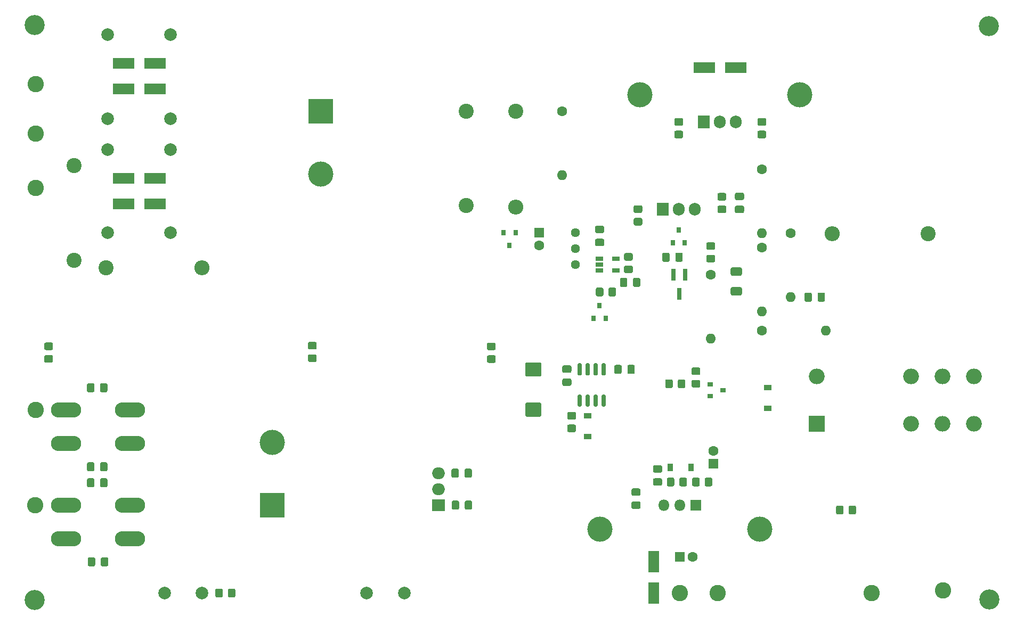
<source format=gbr>
G04 #@! TF.GenerationSoftware,KiCad,Pcbnew,(5.1.10-1-10_14)*
G04 #@! TF.CreationDate,2021-07-07T13:24:20+02:00*
G04 #@! TF.ProjectId,hv-power-supply-v1,68762d70-6f77-4657-922d-737570706c79,rev?*
G04 #@! TF.SameCoordinates,Original*
G04 #@! TF.FileFunction,Soldermask,Top*
G04 #@! TF.FilePolarity,Negative*
%FSLAX46Y46*%
G04 Gerber Fmt 4.6, Leading zero omitted, Abs format (unit mm)*
G04 Created by KiCad (PCBNEW (5.1.10-1-10_14)) date 2021-07-07 13:24:20*
%MOMM*%
%LPD*%
G01*
G04 APERTURE LIST*
%ADD10R,1.220000X0.650000*%
%ADD11C,4.000000*%
%ADD12R,4.000000X4.000000*%
%ADD13R,2.000000X1.905000*%
%ADD14O,2.000000X1.905000*%
%ADD15R,3.500000X1.800000*%
%ADD16R,1.800000X3.500000*%
%ADD17O,2.400000X2.400000*%
%ADD18C,2.400000*%
%ADD19O,4.800600X2.400300*%
%ADD20R,0.900000X1.200000*%
%ADD21C,1.600000*%
%ADD22R,1.600000X1.600000*%
%ADD23C,2.000000*%
%ADD24O,1.600000X1.600000*%
%ADD25O,1.905000X2.000000*%
%ADD26R,1.905000X2.000000*%
%ADD27R,0.800000X1.900000*%
%ADD28C,2.600000*%
%ADD29R,0.800000X0.900000*%
%ADD30C,1.440000*%
%ADD31O,2.500000X2.500000*%
%ADD32R,2.500000X2.500000*%
%ADD33R,1.200000X0.900000*%
%ADD34R,1.800000X1.800000*%
%ADD35O,1.800000X1.800000*%
%ADD36R,0.900000X0.800000*%
%ADD37C,3.200000*%
G04 APERTURE END LIST*
D10*
X151616400Y-86550500D03*
X151616400Y-88450500D03*
X148996400Y-88450500D03*
X148996400Y-87500500D03*
X148996400Y-86550500D03*
D11*
X96990000Y-115753000D03*
D12*
X96990000Y-125753000D03*
D13*
X123406000Y-125753000D03*
D14*
X123406000Y-123213000D03*
X123406000Y-120673000D03*
D11*
X155410000Y-60475000D03*
X180810000Y-60475000D03*
X149060000Y-129563000D03*
X174460000Y-129563000D03*
D15*
X170650000Y-56157000D03*
X165650000Y-56157000D03*
D16*
X157569000Y-139723000D03*
X157569000Y-134723000D03*
D17*
X185991500Y-82550000D03*
D18*
X201231500Y-82550000D03*
D19*
X64224000Y-110640000D03*
X74384000Y-110640000D03*
X74384000Y-131087000D03*
X64224000Y-131087000D03*
X74384000Y-125753000D03*
X64224000Y-125753000D03*
X64224000Y-115974000D03*
X74384000Y-115974000D03*
D20*
X163536000Y-119784000D03*
X160236000Y-119784000D03*
D21*
X167094000Y-117149000D03*
D22*
X167094000Y-119149000D03*
G36*
G01*
X61880001Y-101080000D02*
X60979999Y-101080000D01*
G75*
G02*
X60730000Y-100830001I0J249999D01*
G01*
X60730000Y-100129999D01*
G75*
G02*
X60979999Y-99880000I249999J0D01*
G01*
X61880001Y-99880000D01*
G75*
G02*
X62130000Y-100129999I0J-249999D01*
G01*
X62130000Y-100830001D01*
G75*
G02*
X61880001Y-101080000I-249999J0D01*
G01*
G37*
G36*
G01*
X61880001Y-103080000D02*
X60979999Y-103080000D01*
G75*
G02*
X60730000Y-102830001I0J249999D01*
G01*
X60730000Y-102129999D01*
G75*
G02*
X60979999Y-101880000I249999J0D01*
G01*
X61880001Y-101880000D01*
G75*
G02*
X62130000Y-102129999I0J-249999D01*
G01*
X62130000Y-102830001D01*
G75*
G02*
X61880001Y-103080000I-249999J0D01*
G01*
G37*
D17*
X85814000Y-88034000D03*
D18*
X70574000Y-88034000D03*
D15*
X73368000Y-59586000D03*
X78368000Y-59586000D03*
X78368000Y-73810000D03*
X73368000Y-73810000D03*
X78368000Y-77874000D03*
X73368000Y-77874000D03*
X73368000Y-55522000D03*
X78368000Y-55522000D03*
D23*
X70828000Y-69238000D03*
X80828000Y-69238000D03*
X70828000Y-82446000D03*
X80828000Y-82446000D03*
X70828000Y-64285000D03*
X80828000Y-64285000D03*
X70828000Y-50950000D03*
X80828000Y-50950000D03*
G36*
G01*
X145971500Y-105138000D02*
X145671500Y-105138000D01*
G75*
G02*
X145521500Y-104988000I0J150000D01*
G01*
X145521500Y-103338000D01*
G75*
G02*
X145671500Y-103188000I150000J0D01*
G01*
X145971500Y-103188000D01*
G75*
G02*
X146121500Y-103338000I0J-150000D01*
G01*
X146121500Y-104988000D01*
G75*
G02*
X145971500Y-105138000I-150000J0D01*
G01*
G37*
G36*
G01*
X147241500Y-105138000D02*
X146941500Y-105138000D01*
G75*
G02*
X146791500Y-104988000I0J150000D01*
G01*
X146791500Y-103338000D01*
G75*
G02*
X146941500Y-103188000I150000J0D01*
G01*
X147241500Y-103188000D01*
G75*
G02*
X147391500Y-103338000I0J-150000D01*
G01*
X147391500Y-104988000D01*
G75*
G02*
X147241500Y-105138000I-150000J0D01*
G01*
G37*
G36*
G01*
X148511500Y-105138000D02*
X148211500Y-105138000D01*
G75*
G02*
X148061500Y-104988000I0J150000D01*
G01*
X148061500Y-103338000D01*
G75*
G02*
X148211500Y-103188000I150000J0D01*
G01*
X148511500Y-103188000D01*
G75*
G02*
X148661500Y-103338000I0J-150000D01*
G01*
X148661500Y-104988000D01*
G75*
G02*
X148511500Y-105138000I-150000J0D01*
G01*
G37*
G36*
G01*
X149781500Y-105138000D02*
X149481500Y-105138000D01*
G75*
G02*
X149331500Y-104988000I0J150000D01*
G01*
X149331500Y-103338000D01*
G75*
G02*
X149481500Y-103188000I150000J0D01*
G01*
X149781500Y-103188000D01*
G75*
G02*
X149931500Y-103338000I0J-150000D01*
G01*
X149931500Y-104988000D01*
G75*
G02*
X149781500Y-105138000I-150000J0D01*
G01*
G37*
G36*
G01*
X149781500Y-110088000D02*
X149481500Y-110088000D01*
G75*
G02*
X149331500Y-109938000I0J150000D01*
G01*
X149331500Y-108288000D01*
G75*
G02*
X149481500Y-108138000I150000J0D01*
G01*
X149781500Y-108138000D01*
G75*
G02*
X149931500Y-108288000I0J-150000D01*
G01*
X149931500Y-109938000D01*
G75*
G02*
X149781500Y-110088000I-150000J0D01*
G01*
G37*
G36*
G01*
X148511500Y-110088000D02*
X148211500Y-110088000D01*
G75*
G02*
X148061500Y-109938000I0J150000D01*
G01*
X148061500Y-108288000D01*
G75*
G02*
X148211500Y-108138000I150000J0D01*
G01*
X148511500Y-108138000D01*
G75*
G02*
X148661500Y-108288000I0J-150000D01*
G01*
X148661500Y-109938000D01*
G75*
G02*
X148511500Y-110088000I-150000J0D01*
G01*
G37*
G36*
G01*
X147241500Y-110088000D02*
X146941500Y-110088000D01*
G75*
G02*
X146791500Y-109938000I0J150000D01*
G01*
X146791500Y-108288000D01*
G75*
G02*
X146941500Y-108138000I150000J0D01*
G01*
X147241500Y-108138000D01*
G75*
G02*
X147391500Y-108288000I0J-150000D01*
G01*
X147391500Y-109938000D01*
G75*
G02*
X147241500Y-110088000I-150000J0D01*
G01*
G37*
G36*
G01*
X145971500Y-110088000D02*
X145671500Y-110088000D01*
G75*
G02*
X145521500Y-109938000I0J150000D01*
G01*
X145521500Y-108288000D01*
G75*
G02*
X145671500Y-108138000I150000J0D01*
G01*
X145971500Y-108138000D01*
G75*
G02*
X146121500Y-108288000I0J-150000D01*
G01*
X146121500Y-109938000D01*
G75*
G02*
X145971500Y-110088000I-150000J0D01*
G01*
G37*
G36*
G01*
X162019501Y-65393000D02*
X161119499Y-65393000D01*
G75*
G02*
X160869500Y-65143001I0J249999D01*
G01*
X160869500Y-64442999D01*
G75*
G02*
X161119499Y-64193000I249999J0D01*
G01*
X162019501Y-64193000D01*
G75*
G02*
X162269500Y-64442999I0J-249999D01*
G01*
X162269500Y-65143001D01*
G75*
G02*
X162019501Y-65393000I-249999J0D01*
G01*
G37*
G36*
G01*
X162019501Y-67393000D02*
X161119499Y-67393000D01*
G75*
G02*
X160869500Y-67143001I0J249999D01*
G01*
X160869500Y-66442999D01*
G75*
G02*
X161119499Y-66193000I249999J0D01*
G01*
X162019501Y-66193000D01*
G75*
G02*
X162269500Y-66442999I0J-249999D01*
G01*
X162269500Y-67143001D01*
G75*
G02*
X162019501Y-67393000I-249999J0D01*
G01*
G37*
D24*
X166649500Y-99273500D03*
D21*
X166649500Y-89113500D03*
D24*
X143002000Y-73279000D03*
D21*
X143002000Y-63119000D03*
D24*
X174777500Y-82509500D03*
D21*
X174777500Y-72349500D03*
G36*
G01*
X174327499Y-66193000D02*
X175227501Y-66193000D01*
G75*
G02*
X175477500Y-66442999I0J-249999D01*
G01*
X175477500Y-67143001D01*
G75*
G02*
X175227501Y-67393000I-249999J0D01*
G01*
X174327499Y-67393000D01*
G75*
G02*
X174077500Y-67143001I0J249999D01*
G01*
X174077500Y-66442999D01*
G75*
G02*
X174327499Y-66193000I249999J0D01*
G01*
G37*
G36*
G01*
X174327499Y-64193000D02*
X175227501Y-64193000D01*
G75*
G02*
X175477500Y-64442999I0J-249999D01*
G01*
X175477500Y-65143001D01*
G75*
G02*
X175227501Y-65393000I-249999J0D01*
G01*
X174327499Y-65393000D01*
G75*
G02*
X174077500Y-65143001I0J249999D01*
G01*
X174077500Y-64442999D01*
G75*
G02*
X174327499Y-64193000I249999J0D01*
G01*
G37*
G36*
G01*
X170063497Y-91068000D02*
X171363503Y-91068000D01*
G75*
G02*
X171613500Y-91317997I0J-249997D01*
G01*
X171613500Y-92143003D01*
G75*
G02*
X171363503Y-92393000I-249997J0D01*
G01*
X170063497Y-92393000D01*
G75*
G02*
X169813500Y-92143003I0J249997D01*
G01*
X169813500Y-91317997D01*
G75*
G02*
X170063497Y-91068000I249997J0D01*
G01*
G37*
G36*
G01*
X170063497Y-87943000D02*
X171363503Y-87943000D01*
G75*
G02*
X171613500Y-88192997I0J-249997D01*
G01*
X171613500Y-89018003D01*
G75*
G02*
X171363503Y-89268000I-249997J0D01*
G01*
X170063497Y-89268000D01*
G75*
G02*
X169813500Y-89018003I0J249997D01*
G01*
X169813500Y-88192997D01*
G75*
G02*
X170063497Y-87943000I249997J0D01*
G01*
G37*
G36*
G01*
X183631000Y-93144500D02*
X183631000Y-92194500D01*
G75*
G02*
X183881000Y-91944500I250000J0D01*
G01*
X184556000Y-91944500D01*
G75*
G02*
X184806000Y-92194500I0J-250000D01*
G01*
X184806000Y-93144500D01*
G75*
G02*
X184556000Y-93394500I-250000J0D01*
G01*
X183881000Y-93394500D01*
G75*
G02*
X183631000Y-93144500I0J250000D01*
G01*
G37*
G36*
G01*
X181556000Y-93144500D02*
X181556000Y-92194500D01*
G75*
G02*
X181806000Y-91944500I250000J0D01*
G01*
X182481000Y-91944500D01*
G75*
G02*
X182731000Y-92194500I0J-250000D01*
G01*
X182731000Y-93144500D01*
G75*
G02*
X182481000Y-93394500I-250000J0D01*
G01*
X181806000Y-93394500D01*
G75*
G02*
X181556000Y-93144500I0J250000D01*
G01*
G37*
D25*
X170650000Y-64793000D03*
X168110000Y-64793000D03*
D26*
X165570000Y-64793000D03*
D27*
X161635500Y-92113500D03*
X160685500Y-89113500D03*
X162585500Y-89113500D03*
D25*
X164109500Y-78699500D03*
X161569500Y-78699500D03*
D26*
X159029500Y-78699500D03*
G36*
G01*
X188560000Y-126965001D02*
X188560000Y-126064999D01*
G75*
G02*
X188809999Y-125815000I249999J0D01*
G01*
X189510001Y-125815000D01*
G75*
G02*
X189760000Y-126064999I0J-249999D01*
G01*
X189760000Y-126965001D01*
G75*
G02*
X189510001Y-127215000I-249999J0D01*
G01*
X188809999Y-127215000D01*
G75*
G02*
X188560000Y-126965001I0J249999D01*
G01*
G37*
G36*
G01*
X186560000Y-126965001D02*
X186560000Y-126064999D01*
G75*
G02*
X186809999Y-125815000I249999J0D01*
G01*
X187510001Y-125815000D01*
G75*
G02*
X187760000Y-126064999I0J-249999D01*
G01*
X187760000Y-126965001D01*
G75*
G02*
X187510001Y-127215000I-249999J0D01*
G01*
X186809999Y-127215000D01*
G75*
G02*
X186560000Y-126965001I0J249999D01*
G01*
G37*
G36*
G01*
X132238001Y-101112000D02*
X131337999Y-101112000D01*
G75*
G02*
X131088000Y-100862001I0J249999D01*
G01*
X131088000Y-100161999D01*
G75*
G02*
X131337999Y-99912000I249999J0D01*
G01*
X132238001Y-99912000D01*
G75*
G02*
X132488000Y-100161999I0J-249999D01*
G01*
X132488000Y-100862001D01*
G75*
G02*
X132238001Y-101112000I-249999J0D01*
G01*
G37*
G36*
G01*
X132238001Y-103112000D02*
X131337999Y-103112000D01*
G75*
G02*
X131088000Y-102862001I0J249999D01*
G01*
X131088000Y-102161999D01*
G75*
G02*
X131337999Y-101912000I249999J0D01*
G01*
X132238001Y-101912000D01*
G75*
G02*
X132488000Y-102161999I0J-249999D01*
G01*
X132488000Y-102862001D01*
G75*
G02*
X132238001Y-103112000I-249999J0D01*
G01*
G37*
G36*
G01*
X103790001Y-100985000D02*
X102889999Y-100985000D01*
G75*
G02*
X102640000Y-100735001I0J249999D01*
G01*
X102640000Y-100034999D01*
G75*
G02*
X102889999Y-99785000I249999J0D01*
G01*
X103790001Y-99785000D01*
G75*
G02*
X104040000Y-100034999I0J-249999D01*
G01*
X104040000Y-100735001D01*
G75*
G02*
X103790001Y-100985000I-249999J0D01*
G01*
G37*
G36*
G01*
X103790001Y-102985000D02*
X102889999Y-102985000D01*
G75*
G02*
X102640000Y-102735001I0J249999D01*
G01*
X102640000Y-102034999D01*
G75*
G02*
X102889999Y-101785000I249999J0D01*
G01*
X103790001Y-101785000D01*
G75*
G02*
X104040000Y-102034999I0J-249999D01*
G01*
X104040000Y-102735001D01*
G75*
G02*
X103790001Y-102985000I-249999J0D01*
G01*
G37*
G36*
G01*
X166199499Y-85941500D02*
X167099501Y-85941500D01*
G75*
G02*
X167349500Y-86191499I0J-249999D01*
G01*
X167349500Y-86891501D01*
G75*
G02*
X167099501Y-87141500I-249999J0D01*
G01*
X166199499Y-87141500D01*
G75*
G02*
X165949500Y-86891501I0J249999D01*
G01*
X165949500Y-86191499D01*
G75*
G02*
X166199499Y-85941500I249999J0D01*
G01*
G37*
G36*
G01*
X166199499Y-83941500D02*
X167099501Y-83941500D01*
G75*
G02*
X167349500Y-84191499I0J-249999D01*
G01*
X167349500Y-84891501D01*
G75*
G02*
X167099501Y-85141500I-249999J0D01*
G01*
X166199499Y-85141500D01*
G75*
G02*
X165949500Y-84891501I0J249999D01*
G01*
X165949500Y-84191499D01*
G75*
G02*
X166199499Y-83941500I249999J0D01*
G01*
G37*
G36*
G01*
X161668000Y-122520001D02*
X161668000Y-121619999D01*
G75*
G02*
X161917999Y-121370000I249999J0D01*
G01*
X162618001Y-121370000D01*
G75*
G02*
X162868000Y-121619999I0J-249999D01*
G01*
X162868000Y-122520001D01*
G75*
G02*
X162618001Y-122770000I-249999J0D01*
G01*
X161917999Y-122770000D01*
G75*
G02*
X161668000Y-122520001I0J249999D01*
G01*
G37*
G36*
G01*
X159668000Y-122520001D02*
X159668000Y-121619999D01*
G75*
G02*
X159917999Y-121370000I249999J0D01*
G01*
X160618001Y-121370000D01*
G75*
G02*
X160868000Y-121619999I0J-249999D01*
G01*
X160868000Y-122520001D01*
G75*
G02*
X160618001Y-122770000I-249999J0D01*
G01*
X159917999Y-122770000D01*
G75*
G02*
X159668000Y-122520001I0J249999D01*
G01*
G37*
G36*
G01*
X165700000Y-122520001D02*
X165700000Y-121619999D01*
G75*
G02*
X165949999Y-121370000I249999J0D01*
G01*
X166650001Y-121370000D01*
G75*
G02*
X166900000Y-121619999I0J-249999D01*
G01*
X166900000Y-122520001D01*
G75*
G02*
X166650001Y-122770000I-249999J0D01*
G01*
X165949999Y-122770000D01*
G75*
G02*
X165700000Y-122520001I0J249999D01*
G01*
G37*
G36*
G01*
X163700000Y-122520001D02*
X163700000Y-121619999D01*
G75*
G02*
X163949999Y-121370000I249999J0D01*
G01*
X164650001Y-121370000D01*
G75*
G02*
X164900000Y-121619999I0J-249999D01*
G01*
X164900000Y-122520001D01*
G75*
G02*
X164650001Y-122770000I-249999J0D01*
G01*
X163949999Y-122770000D01*
G75*
G02*
X163700000Y-122520001I0J249999D01*
G01*
G37*
G36*
G01*
X89113000Y-139272999D02*
X89113000Y-140173001D01*
G75*
G02*
X88863001Y-140423000I-249999J0D01*
G01*
X88162999Y-140423000D01*
G75*
G02*
X87913000Y-140173001I0J249999D01*
G01*
X87913000Y-139272999D01*
G75*
G02*
X88162999Y-139023000I249999J0D01*
G01*
X88863001Y-139023000D01*
G75*
G02*
X89113000Y-139272999I0J-249999D01*
G01*
G37*
G36*
G01*
X91113000Y-139272999D02*
X91113000Y-140173001D01*
G75*
G02*
X90863001Y-140423000I-249999J0D01*
G01*
X90162999Y-140423000D01*
G75*
G02*
X89913000Y-140173001I0J249999D01*
G01*
X89913000Y-139272999D01*
G75*
G02*
X90162999Y-139023000I249999J0D01*
G01*
X90863001Y-139023000D01*
G75*
G02*
X91113000Y-139272999I0J-249999D01*
G01*
G37*
G36*
G01*
X163849999Y-105849000D02*
X164750001Y-105849000D01*
G75*
G02*
X165000000Y-106098999I0J-249999D01*
G01*
X165000000Y-106799001D01*
G75*
G02*
X164750001Y-107049000I-249999J0D01*
G01*
X163849999Y-107049000D01*
G75*
G02*
X163600000Y-106799001I0J249999D01*
G01*
X163600000Y-106098999D01*
G75*
G02*
X163849999Y-105849000I249999J0D01*
G01*
G37*
G36*
G01*
X163849999Y-103849000D02*
X164750001Y-103849000D01*
G75*
G02*
X165000000Y-104098999I0J-249999D01*
G01*
X165000000Y-104799001D01*
G75*
G02*
X164750001Y-105049000I-249999J0D01*
G01*
X163849999Y-105049000D01*
G75*
G02*
X163600000Y-104799001I0J249999D01*
G01*
X163600000Y-104098999D01*
G75*
G02*
X163849999Y-103849000I249999J0D01*
G01*
G37*
G36*
G01*
X161414000Y-106899001D02*
X161414000Y-105998999D01*
G75*
G02*
X161663999Y-105749000I249999J0D01*
G01*
X162364001Y-105749000D01*
G75*
G02*
X162614000Y-105998999I0J-249999D01*
G01*
X162614000Y-106899001D01*
G75*
G02*
X162364001Y-107149000I-249999J0D01*
G01*
X161663999Y-107149000D01*
G75*
G02*
X161414000Y-106899001I0J249999D01*
G01*
G37*
G36*
G01*
X159414000Y-106899001D02*
X159414000Y-105998999D01*
G75*
G02*
X159663999Y-105749000I249999J0D01*
G01*
X160364001Y-105749000D01*
G75*
G02*
X160614000Y-105998999I0J-249999D01*
G01*
X160614000Y-106899001D01*
G75*
G02*
X160364001Y-107149000I-249999J0D01*
G01*
X159663999Y-107149000D01*
G75*
G02*
X159414000Y-106899001I0J249999D01*
G01*
G37*
G36*
G01*
X144101499Y-112929000D02*
X145001501Y-112929000D01*
G75*
G02*
X145251500Y-113178999I0J-249999D01*
G01*
X145251500Y-113879001D01*
G75*
G02*
X145001501Y-114129000I-249999J0D01*
G01*
X144101499Y-114129000D01*
G75*
G02*
X143851500Y-113879001I0J249999D01*
G01*
X143851500Y-113178999D01*
G75*
G02*
X144101499Y-112929000I249999J0D01*
G01*
G37*
G36*
G01*
X144101499Y-110929000D02*
X145001501Y-110929000D01*
G75*
G02*
X145251500Y-111178999I0J-249999D01*
G01*
X145251500Y-111879001D01*
G75*
G02*
X145001501Y-112129000I-249999J0D01*
G01*
X144101499Y-112129000D01*
G75*
G02*
X143851500Y-111879001I0J249999D01*
G01*
X143851500Y-111178999D01*
G75*
G02*
X144101499Y-110929000I249999J0D01*
G01*
G37*
G36*
G01*
X158679000Y-120582500D02*
X157729000Y-120582500D01*
G75*
G02*
X157479000Y-120332500I0J250000D01*
G01*
X157479000Y-119657500D01*
G75*
G02*
X157729000Y-119407500I250000J0D01*
G01*
X158679000Y-119407500D01*
G75*
G02*
X158929000Y-119657500I0J-250000D01*
G01*
X158929000Y-120332500D01*
G75*
G02*
X158679000Y-120582500I-250000J0D01*
G01*
G37*
G36*
G01*
X158679000Y-122657500D02*
X157729000Y-122657500D01*
G75*
G02*
X157479000Y-122407500I0J250000D01*
G01*
X157479000Y-121732500D01*
G75*
G02*
X157729000Y-121482500I250000J0D01*
G01*
X158679000Y-121482500D01*
G75*
G02*
X158929000Y-121732500I0J-250000D01*
G01*
X158929000Y-122407500D01*
G75*
G02*
X158679000Y-122657500I-250000J0D01*
G01*
G37*
G36*
G01*
X155250000Y-124265500D02*
X154300000Y-124265500D01*
G75*
G02*
X154050000Y-124015500I0J250000D01*
G01*
X154050000Y-123340500D01*
G75*
G02*
X154300000Y-123090500I250000J0D01*
G01*
X155250000Y-123090500D01*
G75*
G02*
X155500000Y-123340500I0J-250000D01*
G01*
X155500000Y-124015500D01*
G75*
G02*
X155250000Y-124265500I-250000J0D01*
G01*
G37*
G36*
G01*
X155250000Y-126340500D02*
X154300000Y-126340500D01*
G75*
G02*
X154050000Y-126090500I0J250000D01*
G01*
X154050000Y-125415500D01*
G75*
G02*
X154300000Y-125165500I250000J0D01*
G01*
X155250000Y-125165500D01*
G75*
G02*
X155500000Y-125415500I0J-250000D01*
G01*
X155500000Y-126090500D01*
G75*
G02*
X155250000Y-126340500I-250000J0D01*
G01*
G37*
G36*
G01*
X143314500Y-105607500D02*
X144264500Y-105607500D01*
G75*
G02*
X144514500Y-105857500I0J-250000D01*
G01*
X144514500Y-106532500D01*
G75*
G02*
X144264500Y-106782500I-250000J0D01*
G01*
X143314500Y-106782500D01*
G75*
G02*
X143064500Y-106532500I0J250000D01*
G01*
X143064500Y-105857500D01*
G75*
G02*
X143314500Y-105607500I250000J0D01*
G01*
G37*
G36*
G01*
X143314500Y-103532500D02*
X144264500Y-103532500D01*
G75*
G02*
X144514500Y-103782500I0J-250000D01*
G01*
X144514500Y-104457500D01*
G75*
G02*
X144264500Y-104707500I-250000J0D01*
G01*
X143314500Y-104707500D01*
G75*
G02*
X143064500Y-104457500I0J250000D01*
G01*
X143064500Y-103782500D01*
G75*
G02*
X143314500Y-103532500I250000J0D01*
G01*
G37*
G36*
G01*
X153405000Y-104638000D02*
X153405000Y-103688000D01*
G75*
G02*
X153655000Y-103438000I250000J0D01*
G01*
X154330000Y-103438000D01*
G75*
G02*
X154580000Y-103688000I0J-250000D01*
G01*
X154580000Y-104638000D01*
G75*
G02*
X154330000Y-104888000I-250000J0D01*
G01*
X153655000Y-104888000D01*
G75*
G02*
X153405000Y-104638000I0J250000D01*
G01*
G37*
G36*
G01*
X151330000Y-104638000D02*
X151330000Y-103688000D01*
G75*
G02*
X151580000Y-103438000I250000J0D01*
G01*
X152255000Y-103438000D01*
G75*
G02*
X152505000Y-103688000I0J-250000D01*
G01*
X152505000Y-104638000D01*
G75*
G02*
X152255000Y-104888000I-250000J0D01*
G01*
X151580000Y-104888000D01*
G75*
G02*
X151330000Y-104638000I0J250000D01*
G01*
G37*
G36*
G01*
X125442500Y-121148000D02*
X125442500Y-120198000D01*
G75*
G02*
X125692500Y-119948000I250000J0D01*
G01*
X126367500Y-119948000D01*
G75*
G02*
X126617500Y-120198000I0J-250000D01*
G01*
X126617500Y-121148000D01*
G75*
G02*
X126367500Y-121398000I-250000J0D01*
G01*
X125692500Y-121398000D01*
G75*
G02*
X125442500Y-121148000I0J250000D01*
G01*
G37*
G36*
G01*
X127517500Y-121148000D02*
X127517500Y-120198000D01*
G75*
G02*
X127767500Y-119948000I250000J0D01*
G01*
X128442500Y-119948000D01*
G75*
G02*
X128692500Y-120198000I0J-250000D01*
G01*
X128692500Y-121148000D01*
G75*
G02*
X128442500Y-121398000I-250000J0D01*
G01*
X127767500Y-121398000D01*
G75*
G02*
X127517500Y-121148000I0J250000D01*
G01*
G37*
G36*
G01*
X125485500Y-126228000D02*
X125485500Y-125278000D01*
G75*
G02*
X125735500Y-125028000I250000J0D01*
G01*
X126410500Y-125028000D01*
G75*
G02*
X126660500Y-125278000I0J-250000D01*
G01*
X126660500Y-126228000D01*
G75*
G02*
X126410500Y-126478000I-250000J0D01*
G01*
X125735500Y-126478000D01*
G75*
G02*
X125485500Y-126228000I0J250000D01*
G01*
G37*
G36*
G01*
X127560500Y-126228000D02*
X127560500Y-125278000D01*
G75*
G02*
X127810500Y-125028000I250000J0D01*
G01*
X128485500Y-125028000D01*
G75*
G02*
X128735500Y-125278000I0J-250000D01*
G01*
X128735500Y-126228000D01*
G75*
G02*
X128485500Y-126478000I-250000J0D01*
G01*
X127810500Y-126478000D01*
G75*
G02*
X127560500Y-126228000I0J250000D01*
G01*
G37*
D28*
X167729000Y-139723000D03*
X161760000Y-139723000D03*
X59398000Y-110640000D03*
X59271000Y-125753000D03*
X59398000Y-75334000D03*
X59398000Y-66698000D03*
X59398000Y-58824000D03*
D21*
X163760000Y-134008000D03*
D22*
X161760000Y-134008000D03*
G36*
G01*
X137430499Y-109438000D02*
X139480501Y-109438000D01*
G75*
G02*
X139730500Y-109687999I0J-249999D01*
G01*
X139730500Y-111438001D01*
G75*
G02*
X139480501Y-111688000I-249999J0D01*
G01*
X137430499Y-111688000D01*
G75*
G02*
X137180500Y-111438001I0J249999D01*
G01*
X137180500Y-109687999D01*
G75*
G02*
X137430499Y-109438000I249999J0D01*
G01*
G37*
G36*
G01*
X137430499Y-103038000D02*
X139480501Y-103038000D01*
G75*
G02*
X139730500Y-103287999I0J-249999D01*
G01*
X139730500Y-105038001D01*
G75*
G02*
X139480501Y-105288000I-249999J0D01*
G01*
X137430499Y-105288000D01*
G75*
G02*
X137180500Y-105038001I0J249999D01*
G01*
X137180500Y-103287999D01*
G75*
G02*
X137430499Y-103038000I249999J0D01*
G01*
G37*
D29*
X134683500Y-84439000D03*
X133733500Y-82439000D03*
X135633500Y-82439000D03*
D30*
X145186500Y-87526000D03*
X145186500Y-84986000D03*
X145186500Y-82446000D03*
D31*
X183496000Y-105299000D03*
X198496000Y-105299000D03*
X203496000Y-105299000D03*
X208496000Y-105299000D03*
X208496000Y-112799000D03*
X203496000Y-112799000D03*
X198496000Y-112799000D03*
D32*
X183496000Y-112799000D03*
D24*
X179349500Y-92669500D03*
D21*
X179349500Y-82509500D03*
G36*
G01*
X167977499Y-78099500D02*
X168877501Y-78099500D01*
G75*
G02*
X169127500Y-78349499I0J-249999D01*
G01*
X169127500Y-79049501D01*
G75*
G02*
X168877501Y-79299500I-249999J0D01*
G01*
X167977499Y-79299500D01*
G75*
G02*
X167727500Y-79049501I0J249999D01*
G01*
X167727500Y-78349499D01*
G75*
G02*
X167977499Y-78099500I249999J0D01*
G01*
G37*
G36*
G01*
X167977499Y-76099500D02*
X168877501Y-76099500D01*
G75*
G02*
X169127500Y-76349499I0J-249999D01*
G01*
X169127500Y-77049501D01*
G75*
G02*
X168877501Y-77299500I-249999J0D01*
G01*
X167977499Y-77299500D01*
G75*
G02*
X167727500Y-77049501I0J249999D01*
G01*
X167727500Y-76349499D01*
G75*
G02*
X167977499Y-76099500I249999J0D01*
G01*
G37*
G36*
G01*
X149596500Y-91393999D02*
X149596500Y-92294001D01*
G75*
G02*
X149346501Y-92544000I-249999J0D01*
G01*
X148646499Y-92544000D01*
G75*
G02*
X148396500Y-92294001I0J249999D01*
G01*
X148396500Y-91393999D01*
G75*
G02*
X148646499Y-91144000I249999J0D01*
G01*
X149346501Y-91144000D01*
G75*
G02*
X149596500Y-91393999I0J-249999D01*
G01*
G37*
G36*
G01*
X151596500Y-91393999D02*
X151596500Y-92294001D01*
G75*
G02*
X151346501Y-92544000I-249999J0D01*
G01*
X150646499Y-92544000D01*
G75*
G02*
X150396500Y-92294001I0J249999D01*
G01*
X150396500Y-91393999D01*
G75*
G02*
X150646499Y-91144000I249999J0D01*
G01*
X151346501Y-91144000D01*
G75*
G02*
X151596500Y-91393999I0J-249999D01*
G01*
G37*
G36*
G01*
X154642499Y-80068000D02*
X155542501Y-80068000D01*
G75*
G02*
X155792500Y-80317999I0J-249999D01*
G01*
X155792500Y-81018001D01*
G75*
G02*
X155542501Y-81268000I-249999J0D01*
G01*
X154642499Y-81268000D01*
G75*
G02*
X154392500Y-81018001I0J249999D01*
G01*
X154392500Y-80317999D01*
G75*
G02*
X154642499Y-80068000I249999J0D01*
G01*
G37*
G36*
G01*
X154642499Y-78068000D02*
X155542501Y-78068000D01*
G75*
G02*
X155792500Y-78317999I0J-249999D01*
G01*
X155792500Y-79018001D01*
G75*
G02*
X155542501Y-79268000I-249999J0D01*
G01*
X154642499Y-79268000D01*
G75*
G02*
X154392500Y-79018001I0J249999D01*
G01*
X154392500Y-78317999D01*
G75*
G02*
X154642499Y-78068000I249999J0D01*
G01*
G37*
G36*
G01*
X154018501Y-86856000D02*
X153118499Y-86856000D01*
G75*
G02*
X152868500Y-86606001I0J249999D01*
G01*
X152868500Y-85905999D01*
G75*
G02*
X153118499Y-85656000I249999J0D01*
G01*
X154018501Y-85656000D01*
G75*
G02*
X154268500Y-85905999I0J-249999D01*
G01*
X154268500Y-86606001D01*
G75*
G02*
X154018501Y-86856000I-249999J0D01*
G01*
G37*
G36*
G01*
X154018501Y-88856000D02*
X153118499Y-88856000D01*
G75*
G02*
X152868500Y-88606001I0J249999D01*
G01*
X152868500Y-87905999D01*
G75*
G02*
X153118499Y-87656000I249999J0D01*
G01*
X154018501Y-87656000D01*
G75*
G02*
X154268500Y-87905999I0J-249999D01*
G01*
X154268500Y-88606001D01*
G75*
G02*
X154018501Y-88856000I-249999J0D01*
G01*
G37*
D17*
X135636000Y-78359000D03*
D18*
X135636000Y-63119000D03*
D24*
X184937500Y-98003500D03*
D21*
X174777500Y-98003500D03*
D24*
X174777500Y-94955500D03*
D21*
X174777500Y-84795500D03*
D23*
X111976000Y-139723000D03*
X117945000Y-139723000D03*
X79845000Y-139723000D03*
X85814000Y-139723000D03*
D28*
X192240000Y-139723000D03*
X203543000Y-139342000D03*
D33*
X175730000Y-107085000D03*
X175730000Y-110385000D03*
D29*
X161569500Y-82001500D03*
X162519500Y-84001500D03*
X160619500Y-84001500D03*
X148996500Y-94003000D03*
X149946500Y-96003000D03*
X148046500Y-96003000D03*
D33*
X147091500Y-114829000D03*
X147091500Y-111529000D03*
G36*
G01*
X68832500Y-134295000D02*
X68832500Y-135245000D01*
G75*
G02*
X68582500Y-135495000I-250000J0D01*
G01*
X67907500Y-135495000D01*
G75*
G02*
X67657500Y-135245000I0J250000D01*
G01*
X67657500Y-134295000D01*
G75*
G02*
X67907500Y-134045000I250000J0D01*
G01*
X68582500Y-134045000D01*
G75*
G02*
X68832500Y-134295000I0J-250000D01*
G01*
G37*
G36*
G01*
X70907500Y-134295000D02*
X70907500Y-135245000D01*
G75*
G02*
X70657500Y-135495000I-250000J0D01*
G01*
X69982500Y-135495000D01*
G75*
G02*
X69732500Y-135245000I0J250000D01*
G01*
X69732500Y-134295000D01*
G75*
G02*
X69982500Y-134045000I250000J0D01*
G01*
X70657500Y-134045000D01*
G75*
G02*
X70907500Y-134295000I0J-250000D01*
G01*
G37*
G36*
G01*
X69605500Y-122672000D02*
X69605500Y-121722000D01*
G75*
G02*
X69855500Y-121472000I250000J0D01*
G01*
X70530500Y-121472000D01*
G75*
G02*
X70780500Y-121722000I0J-250000D01*
G01*
X70780500Y-122672000D01*
G75*
G02*
X70530500Y-122922000I-250000J0D01*
G01*
X69855500Y-122922000D01*
G75*
G02*
X69605500Y-122672000I0J250000D01*
G01*
G37*
G36*
G01*
X67530500Y-122672000D02*
X67530500Y-121722000D01*
G75*
G02*
X67780500Y-121472000I250000J0D01*
G01*
X68455500Y-121472000D01*
G75*
G02*
X68705500Y-121722000I0J-250000D01*
G01*
X68705500Y-122672000D01*
G75*
G02*
X68455500Y-122922000I-250000J0D01*
G01*
X67780500Y-122922000D01*
G75*
G02*
X67530500Y-122672000I0J250000D01*
G01*
G37*
G36*
G01*
X68705500Y-106609000D02*
X68705500Y-107559000D01*
G75*
G02*
X68455500Y-107809000I-250000J0D01*
G01*
X67780500Y-107809000D01*
G75*
G02*
X67530500Y-107559000I0J250000D01*
G01*
X67530500Y-106609000D01*
G75*
G02*
X67780500Y-106359000I250000J0D01*
G01*
X68455500Y-106359000D01*
G75*
G02*
X68705500Y-106609000I0J-250000D01*
G01*
G37*
G36*
G01*
X70780500Y-106609000D02*
X70780500Y-107559000D01*
G75*
G02*
X70530500Y-107809000I-250000J0D01*
G01*
X69855500Y-107809000D01*
G75*
G02*
X69605500Y-107559000I0J250000D01*
G01*
X69605500Y-106609000D01*
G75*
G02*
X69855500Y-106359000I250000J0D01*
G01*
X70530500Y-106359000D01*
G75*
G02*
X70780500Y-106609000I0J-250000D01*
G01*
G37*
G36*
G01*
X160125000Y-85844500D02*
X160125000Y-86794500D01*
G75*
G02*
X159875000Y-87044500I-250000J0D01*
G01*
X159200000Y-87044500D01*
G75*
G02*
X158950000Y-86794500I0J250000D01*
G01*
X158950000Y-85844500D01*
G75*
G02*
X159200000Y-85594500I250000J0D01*
G01*
X159875000Y-85594500D01*
G75*
G02*
X160125000Y-85844500I0J-250000D01*
G01*
G37*
G36*
G01*
X162200000Y-85844500D02*
X162200000Y-86794500D01*
G75*
G02*
X161950000Y-87044500I-250000J0D01*
G01*
X161275000Y-87044500D01*
G75*
G02*
X161025000Y-86794500I0J250000D01*
G01*
X161025000Y-85844500D01*
G75*
G02*
X161275000Y-85594500I250000J0D01*
G01*
X161950000Y-85594500D01*
G75*
G02*
X162200000Y-85844500I0J-250000D01*
G01*
G37*
D21*
X139382500Y-84423000D03*
D22*
X139382500Y-82423000D03*
G36*
G01*
X171696500Y-77233500D02*
X170746500Y-77233500D01*
G75*
G02*
X170496500Y-76983500I0J250000D01*
G01*
X170496500Y-76308500D01*
G75*
G02*
X170746500Y-76058500I250000J0D01*
G01*
X171696500Y-76058500D01*
G75*
G02*
X171946500Y-76308500I0J-250000D01*
G01*
X171946500Y-76983500D01*
G75*
G02*
X171696500Y-77233500I-250000J0D01*
G01*
G37*
G36*
G01*
X171696500Y-79308500D02*
X170746500Y-79308500D01*
G75*
G02*
X170496500Y-79058500I0J250000D01*
G01*
X170496500Y-78383500D01*
G75*
G02*
X170746500Y-78133500I250000J0D01*
G01*
X171696500Y-78133500D01*
G75*
G02*
X171946500Y-78383500I0J-250000D01*
G01*
X171946500Y-79058500D01*
G75*
G02*
X171696500Y-79308500I-250000J0D01*
G01*
G37*
G36*
G01*
X149471500Y-82482500D02*
X148521500Y-82482500D01*
G75*
G02*
X148271500Y-82232500I0J250000D01*
G01*
X148271500Y-81557500D01*
G75*
G02*
X148521500Y-81307500I250000J0D01*
G01*
X149471500Y-81307500D01*
G75*
G02*
X149721500Y-81557500I0J-250000D01*
G01*
X149721500Y-82232500D01*
G75*
G02*
X149471500Y-82482500I-250000J0D01*
G01*
G37*
G36*
G01*
X149471500Y-84557500D02*
X148521500Y-84557500D01*
G75*
G02*
X148271500Y-84307500I0J250000D01*
G01*
X148271500Y-83632500D01*
G75*
G02*
X148521500Y-83382500I250000J0D01*
G01*
X149471500Y-83382500D01*
G75*
G02*
X149721500Y-83632500I0J-250000D01*
G01*
X149721500Y-84307500D01*
G75*
G02*
X149471500Y-84557500I-250000J0D01*
G01*
G37*
G36*
G01*
X154294000Y-90795000D02*
X154294000Y-89845000D01*
G75*
G02*
X154544000Y-89595000I250000J0D01*
G01*
X155219000Y-89595000D01*
G75*
G02*
X155469000Y-89845000I0J-250000D01*
G01*
X155469000Y-90795000D01*
G75*
G02*
X155219000Y-91045000I-250000J0D01*
G01*
X154544000Y-91045000D01*
G75*
G02*
X154294000Y-90795000I0J250000D01*
G01*
G37*
G36*
G01*
X152219000Y-90795000D02*
X152219000Y-89845000D01*
G75*
G02*
X152469000Y-89595000I250000J0D01*
G01*
X153144000Y-89595000D01*
G75*
G02*
X153394000Y-89845000I0J-250000D01*
G01*
X153394000Y-90795000D01*
G75*
G02*
X153144000Y-91045000I-250000J0D01*
G01*
X152469000Y-91045000D01*
G75*
G02*
X152219000Y-90795000I0J250000D01*
G01*
G37*
D18*
X127762000Y-63119000D03*
X127762000Y-78119000D03*
D11*
X104711500Y-73119000D03*
D12*
X104711500Y-63119000D03*
D18*
X65494000Y-86778000D03*
X65494000Y-71778000D03*
G36*
G01*
X69605500Y-120132000D02*
X69605500Y-119182000D01*
G75*
G02*
X69855500Y-118932000I250000J0D01*
G01*
X70530500Y-118932000D01*
G75*
G02*
X70780500Y-119182000I0J-250000D01*
G01*
X70780500Y-120132000D01*
G75*
G02*
X70530500Y-120382000I-250000J0D01*
G01*
X69855500Y-120382000D01*
G75*
G02*
X69605500Y-120132000I0J250000D01*
G01*
G37*
G36*
G01*
X67530500Y-120132000D02*
X67530500Y-119182000D01*
G75*
G02*
X67780500Y-118932000I250000J0D01*
G01*
X68455500Y-118932000D01*
G75*
G02*
X68705500Y-119182000I0J-250000D01*
G01*
X68705500Y-120132000D01*
G75*
G02*
X68455500Y-120382000I-250000J0D01*
G01*
X67780500Y-120382000D01*
G75*
G02*
X67530500Y-120132000I0J250000D01*
G01*
G37*
D34*
X164300000Y-125753000D03*
D35*
X161760000Y-125753000D03*
X159220000Y-125753000D03*
D36*
X166602000Y-106515000D03*
X166602000Y-108415000D03*
X168602000Y-107465000D03*
D37*
X210947000Y-140716000D03*
X59182000Y-140843000D03*
X210820000Y-49530000D03*
X59182000Y-49403000D03*
M02*

</source>
